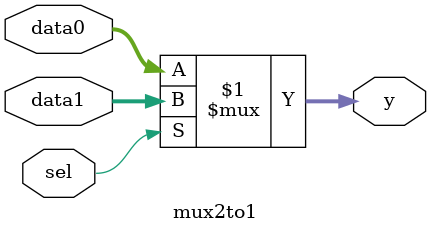
<source format=sv>
`timescale 1ns / 1ps

module mux2to1 #(
    parameter WIDTH = 12
) (
    input  logic [WIDTH - 1:0] data1, data0,
    input  logic               sel,
    output logic [WIDTH - 1:0] y
);
    assign y = sel ? data1 : data0;
endmodule
</source>
